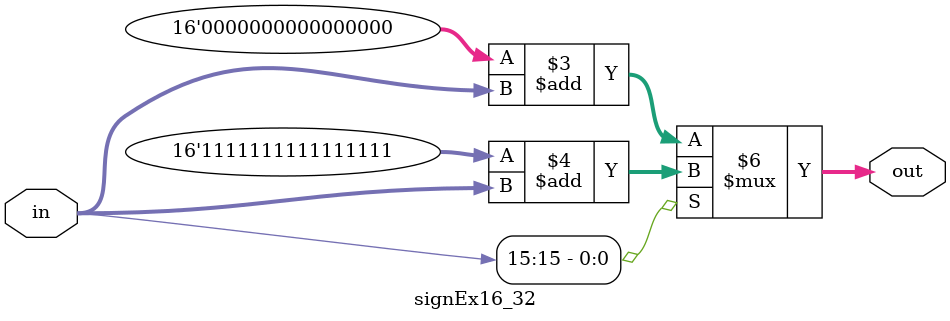
<source format=v>
/***************************************************
 * Modulo: signEx16_32
 * Projeto: mips32
 * Descrição: Extende o sinal de um numero de 16 para
 * 32 bits.
 ***************************************************/
module signEx16_32(in, out);
		input[15:0] in;
		output[31:0] out;
		reg[31:0] out;
		
		always @(in)
		begin
			if(in[15] == 1'b0) begin
				out <= 16'b0000000000000000 + in;
			end
			else begin
				out <= 16'b1111111111111111 + in; 
			end
			
		end
endmodule
</source>
